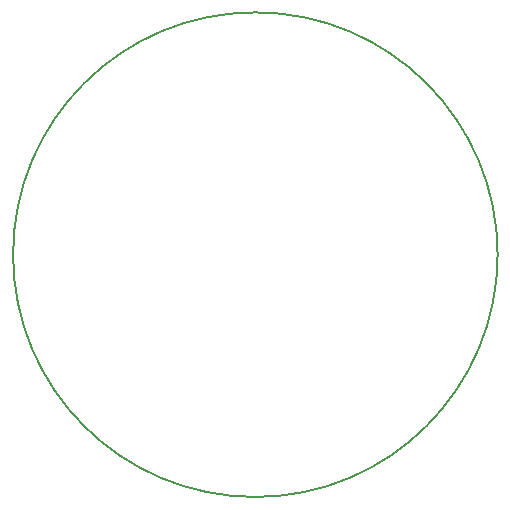
<source format=gko>
G04 #@! TF.FileFunction,Profile,NP*
%FSLAX46Y46*%
G04 Gerber Fmt 4.6, Leading zero omitted, Abs format (unit mm)*
G04 Created by KiCad (PCBNEW 4.0.4+e1-6308~48~ubuntu16.04.1-stable) date Tue Dec 13 09:27:16 2016*
%MOMM*%
%LPD*%
G01*
G04 APERTURE LIST*
%ADD10C,0.100000*%
%ADD11C,0.150000*%
G04 APERTURE END LIST*
D10*
D11*
X210013715Y-117750000D02*
G75*
G03X210013715Y-117750000I-20513715J0D01*
G01*
M02*

</source>
